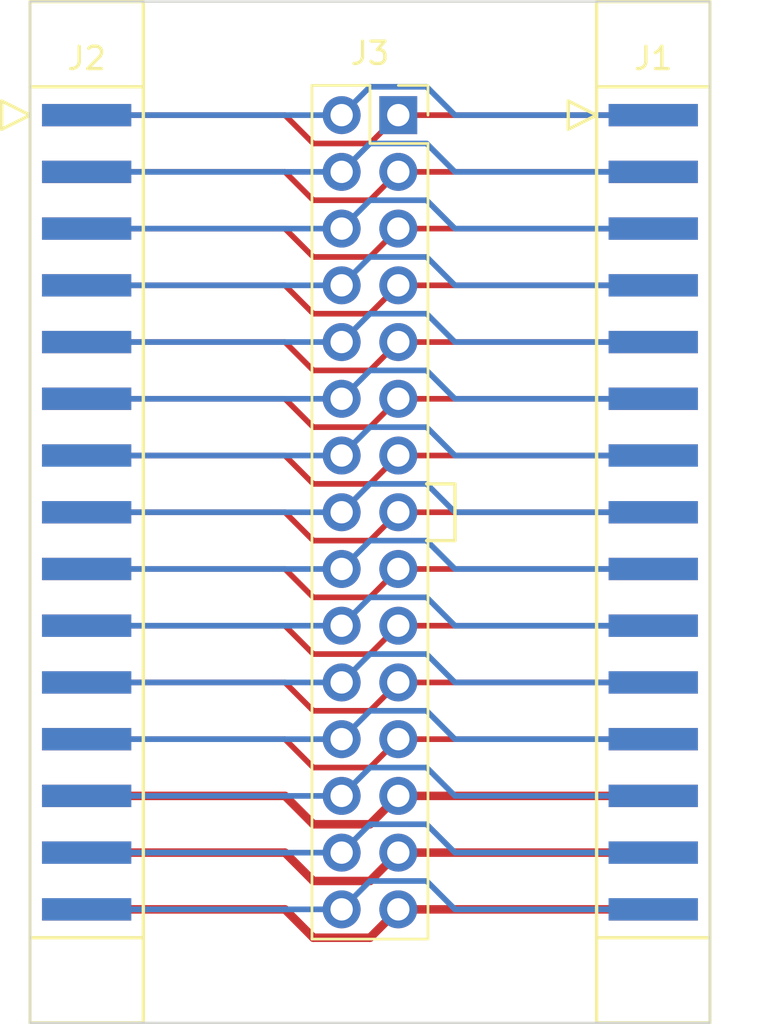
<source format=kicad_pcb>
(kicad_pcb (version 20221018) (generator pcbnew)
  (layers (0 "F.Cu" signal) (31 "B.Cu" signal) (34 "B.Paste" user) (35 "F.Paste" user) (36 "B.SilkS" user "B.Silkscreen") (37 "F.SilkS" user "F.Silkscreen") (38 "B.Mask" user) (39 "F.Mask" user) (44 "Edge.Cuts" user))
  (net 0 "")
  (net 1 "/GPIO0")
  (net 2 "/GPIO1")
  (net 3 "/GPIO2")
  (net 4 "/GPIO3")
  (net 5 "/GPIO4")
  (net 6 "/GPIO5")
  (net 7 "/GPIO6")
  (net 8 "/GPIO7")
  (net 9 "/GPIO8")
  (net 10 "/GPIO9")
  (net 11 "/GPIO10")
  (net 12 "/GPIO11")
  (net 13 "/GPIO12")
  (net 14 "/GPIO13")
  (net 15 "/GPIO14")
  (net 16 "/GPIO15")
  (net 17 "/GPIO16")
  (net 18 "/GPIO17")
  (net 19 "/GPIO18")
  (net 20 "/GPIO19")
  (net 21 "/GPIO20")
  (net 22 "/GPIO21")
  (net 23 "/GPIO22")
  (net 24 "/GPIO23")
  (net 25 "/GND")
  (net 26 "/USB_DM")
  (net 27 "/VCC")
  (net 28 "/USB_DP")
  (net 29 "/5V")
  (net 30 "/PWREN")
  (footprint "Connector_PinSocket_2.54mm:PinSocket_2x15_P2.54mm_Vertical" (layer "F.Cu") (at 243.84 109.22)
    (fp_text reference "J3" (at -1.27 -2.77) (layer "F.SilkS"))
    (fp_text value "Conn_02x15_Odd_Even")
    (fp_line (start -3.87 -1.33) (end -3.87 36.89) (stroke (width 0.12)) (layer "F.SilkS"))
    (fp_line (start -3.87 -1.33) (end -1.27 -1.33) (stroke (width 0.12)) (layer "F.SilkS"))
    (fp_line (start -3.87 36.89) (end 1.33 36.89) (stroke (width 0.12)) (layer "F.SilkS"))
    (fp_line (start -1.27 -1.33) (end -1.27 1.27) (stroke (width 0.12)) (layer "F.SilkS"))
    (fp_line (start -1.27 1.27) (end 1.33 1.27) (stroke (width 0.12)) (layer "F.SilkS"))
    (fp_line (start 0 -1.33) (end 1.33 -1.33) (stroke (width 0.12)) (layer "F.SilkS"))
    (fp_line (start 1.33 -1.33) (end 1.33 0) (stroke (width 0.12)) (layer "F.SilkS"))
    (fp_line (start 1.33 1.27) (end 1.33 36.89) (stroke (width 0.12)) (layer "F.SilkS"))
    (pad "1" thru_hole rect (at 0 0) (size 1.7 1.7) (drill 1) (layers "*.Cu" "*.Mask") (net 1 "/GPIO0"))
    (pad "2" thru_hole oval (at -2.54 0) (size 1.7 1.7) (drill 1) (layers "*.Cu" "*.Mask") (net 2 "/GPIO1"))
    (pad "3" thru_hole oval (at 0 2.54) (size 1.7 1.7) (drill 1) (layers "*.Cu" "*.Mask") (net 3 "/GPIO2"))
    (pad "4" thru_hole oval (at -2.54 2.54) (size 1.7 1.7) (drill 1) (layers "*.Cu" "*.Mask") (net 4 "/GPIO3"))
    (pad "5" thru_hole oval (at 0 5.08) (size 1.7 1.7) (drill 1) (layers "*.Cu" "*.Mask") (net 5 "/GPIO4"))
    (pad "6" thru_hole oval (at -2.54 5.08) (size 1.7 1.7) (drill 1) (layers "*.Cu" "*.Mask") (net 6 "/GPIO5"))
    (pad "7" thru_hole oval (at 0 7.62) (size 1.7 1.7) (drill 1) (layers "*.Cu" "*.Mask") (net 7 "/GPIO6"))
    (pad "8" thru_hole oval (at -2.54 7.62) (size 1.7 1.7) (drill 1) (layers "*.Cu" "*.Mask") (net 8 "/GPIO7"))
    (pad "9" thru_hole oval (at 0 10.16) (size 1.7 1.7) (drill 1) (layers "*.Cu" "*.Mask") (net 9 "/GPIO8"))
    (pad "10" thru_hole oval (at -2.54 10.16) (size 1.7 1.7) (drill 1) (layers "*.Cu" "*.Mask") (net 10 "/GPIO9"))
    (pad "11" thru_hole oval (at 0 12.7) (size 1.7 1.7) (drill 1) (layers "*.Cu" "*.Mask") (net 11 "/GPIO10"))
    (pad "12" thru_hole oval (at -2.54 12.7) (size 1.7 1.7) (drill 1) (layers "*.Cu" "*.Mask") (net 12 "/GPIO11"))
    (pad "13" thru_hole oval (at 0 15.24) (size 1.7 1.7) (drill 1) (layers "*.Cu" "*.Mask") (net 13 "/GPIO12"))
    (pad "14" thru_hole oval (at -2.54 15.24) (size 1.7 1.7) (drill 1) (layers "*.Cu" "*.Mask") (net 14 "/GPIO13"))
    (pad "15" thru_hole oval (at 0 17.78) (size 1.7 1.7) (drill 1) (layers "*.Cu" "*.Mask") (net 15 "/GPIO14"))
    (pad "16" thru_hole oval (at -2.54 17.78) (size 1.7 1.7) (drill 1) (layers "*.Cu" "*.Mask") (net 16 "/GPIO15"))
    (pad "17" thru_hole oval (at 0 20.32) (size 1.7 1.7) (drill 1) (layers "*.Cu" "*.Mask") (net 17 "/GPIO16"))
    (pad "18" thru_hole oval (at -2.54 20.32) (size 1.7 1.7) (drill 1) (layers "*.Cu" "*.Mask") (net 18 "/GPIO17"))
    (pad "19" thru_hole oval (at 0 22.86) (size 1.7 1.7) (drill 1) (layers "*.Cu" "*.Mask") (net 19 "/GPIO18"))
    (pad "20" thru_hole oval (at -2.54 22.86) (size 1.7 1.7) (drill 1) (layers "*.Cu" "*.Mask") (net 20 "/GPIO19"))
    (pad "21" thru_hole oval (at 0 25.4) (size 1.7 1.7) (drill 1) (layers "*.Cu" "*.Mask") (net 21 "/GPIO20"))
    (pad "22" thru_hole oval (at -2.54 25.4) (size 1.7 1.7) (drill 1) (layers "*.Cu" "*.Mask") (net 22 "/GPIO21"))
    (pad "23" thru_hole oval (at 0 27.94) (size 1.7 1.7) (drill 1) (layers "*.Cu" "*.Mask") (net 23 "/GPIO22"))
    (pad "24" thru_hole oval (at -2.54 27.94) (size 1.7 1.7) (drill 1) (layers "*.Cu" "*.Mask") (net 24 "/GPIO23"))
    (pad "25" thru_hole oval (at 0 30.48) (size 1.7 1.7) (drill 1) (layers "*.Cu" "*.Mask") (net 25 "/GND"))
    (pad "26" thru_hole oval (at -2.54 30.48) (size 1.7 1.7) (drill 1) (layers "*.Cu" "*.Mask") (net 26 "/USB_DM"))
    (pad "27" thru_hole oval (at 0 33.02) (size 1.7 1.7) (drill 1) (layers "*.Cu" "*.Mask") (net 27 "/VCC"))
    (pad "28" thru_hole oval (at -2.54 33.02) (size 1.7 1.7) (drill 1) (layers "*.Cu" "*.Mask") (net 28 "/USB_DP"))
    (pad "29" thru_hole oval (at 0 35.56) (size 1.7 1.7) (drill 1) (layers "*.Cu" "*.Mask") (net 29 "/5V"))
    (pad "30" thru_hole oval (at -2.54 35.56) (size 1.7 1.7) (drill 1) (layers "*.Cu" "*.Mask") (net 30 "/PWREN"))
  )
  (footprint "VSF:PinSocket_2x15_P2.54mm_Horizontal_2Layer" (layer "F.Cu") (at 229.87 127)
    (fp_text reference "J2" (at 0 -20.32 unlocked) (layer "F.SilkS"))
    (fp_text value "Conn_02x15_Odd_Even")
    (fp_line (start -3.81 -18.415) (end -2.54 -17.78) (stroke (width 0.15)) (layer "F.SilkS"))
    (fp_line (start -3.81 -17.145) (end -3.81 -18.415) (stroke (width 0.15)) (layer "F.SilkS"))
    (fp_line (start -2.54 -22.86) (end 2.54 -22.86) (stroke (width 0.15)) (layer "F.SilkS"))
    (fp_line (start -2.54 -19.05) (end -2.54 -22.86) (stroke (width 0.15)) (layer "F.SilkS"))
    (fp_line (start -2.54 -19.05) (end 2.54 -19.05) (stroke (width 0.15)) (layer "F.SilkS"))
    (fp_line (start -2.54 -17.78) (end -3.81 -17.145) (stroke (width 0.15)) (layer "F.SilkS"))
    (fp_line (start -2.54 19.05) (end -2.54 -19.05) (stroke (width 0.15)) (layer "F.SilkS"))
    (fp_line (start -2.54 19.05) (end -2.54 22.86) (stroke (width 0.15)) (layer "F.SilkS"))
    (fp_line (start -2.54 22.86) (end 2.54 22.86) (stroke (width 0.15)) (layer "F.SilkS"))
    (fp_line (start 2.54 -22.86) (end 2.54 -19.05) (stroke (width 0.15)) (layer "F.SilkS"))
    (fp_line (start 2.54 -19.05) (end 2.54 19.05) (stroke (width 0.15)) (layer "F.SilkS"))
    (fp_line (start 2.54 19.05) (end -2.54 19.05) (stroke (width 0.15)) (layer "F.SilkS"))
    (fp_line (start 2.54 22.86) (end 2.54 19.05) (stroke (width 0.15)) (layer "F.SilkS"))
    (pad "1" smd rect (at 0 -17.78 90) (size 1 4) (layers "F.Cu" "F.Paste" "F.Mask") (net 1 "/GPIO0"))
    (pad "2" smd rect (at 0 -17.78 90) (size 1 4) (layers "B.Cu" "B.Paste" "B.Mask") (net 2 "/GPIO1"))
    (pad "3" smd rect (at 0 -15.24 90) (size 1 4) (layers "F.Cu" "F.Paste" "F.Mask") (net 3 "/GPIO2"))
    (pad "4" smd rect (at 0 -15.24 90) (size 1 4) (layers "B.Cu" "B.Paste" "B.Mask") (net 4 "/GPIO3"))
    (pad "5" smd rect (at 0 -12.7 90) (size 1 4) (layers "F.Cu" "F.Paste" "F.Mask") (net 5 "/GPIO4"))
    (pad "6" smd rect (at 0 -12.7 90) (size 1 4) (layers "B.Cu" "B.Paste" "B.Mask") (net 6 "/GPIO5"))
    (pad "7" smd rect (at 0 -10.16 90) (size 1 4) (layers "F.Cu" "F.Paste" "F.Mask") (net 7 "/GPIO6"))
    (pad "8" smd rect (at 0 -10.16 90) (size 1 4) (layers "B.Cu" "B.Paste" "B.Mask") (net 8 "/GPIO7"))
    (pad "9" smd rect (at 0 -7.62 90) (size 1 4) (layers "F.Cu" "F.Paste" "F.Mask") (net 9 "/GPIO8"))
    (pad "10" smd rect (at 0 -7.62 90) (size 1 4) (layers "B.Cu" "B.Paste" "B.Mask") (net 10 "/GPIO9"))
    (pad "11" smd rect (at 0 -5.08 90) (size 1 4) (layers "F.Cu" "F.Paste" "F.Mask") (net 11 "/GPIO10"))
    (pad "12" smd rect (at 0 -5.08 90) (size 1 4) (layers "B.Cu" "B.Paste" "B.Mask") (net 12 "/GPIO11"))
    (pad "13" smd rect (at 0 -2.54 90) (size 1 4) (layers "F.Cu" "F.Paste" "F.Mask") (net 13 "/GPIO12"))
    (pad "14" smd rect (at 0 -2.54 90) (size 1 4) (layers "B.Cu" "B.Paste" "B.Mask") (net 14 "/GPIO13"))
    (pad "15" smd rect (at 0 0 90) (size 1 4) (layers "F.Cu" "F.Paste" "F.Mask") (net 15 "/GPIO14"))
    (pad "16" smd rect (at 0 0 90) (size 1 4) (layers "B.Cu" "B.Paste" "B.Mask") (net 16 "/GPIO15"))
    (pad "17" smd rect (at 0 2.54 90) (size 1 4) (layers "F.Cu" "F.Paste" "F.Mask") (net 17 "/GPIO16"))
    (pad "18" smd rect (at 0 2.54 90) (size 1 4) (layers "B.Cu" "B.Paste" "B.Mask") (net 18 "/GPIO17"))
    (pad "19" smd rect (at 0 5.08 90) (size 1 4) (layers "F.Cu" "F.Paste" "F.Mask") (net 19 "/GPIO18"))
    (pad "20" smd rect (at 0 5.08 90) (size 1 4) (layers "B.Cu" "B.Paste" "B.Mask") (net 20 "/GPIO19"))
    (pad "21" smd rect (at 0 7.62 90) (size 1 4) (layers "F.Cu" "F.Paste" "F.Mask") (net 21 "/GPIO20"))
    (pad "22" smd rect (at 0 7.62 90) (size 1 4) (layers "B.Cu" "B.Paste" "B.Mask") (net 22 "/GPIO21"))
    (pad "23" smd rect (at 0 10.16 90) (size 1 4) (layers "F.Cu" "F.Paste" "F.Mask") (net 23 "/GPIO22"))
    (pad "24" smd rect (at 0 10.16 90) (size 1 4) (layers "B.Cu" "B.Paste" "B.Mask") (net 24 "/GPIO23"))
    (pad "25" smd rect (at 0 12.7 90) (size 1 4) (layers "F.Cu" "F.Paste" "F.Mask") (net 25 "/GND"))
    (pad "26" smd rect (at 0 12.7 90) (size 1 4) (layers "B.Cu" "B.Paste" "B.Mask") (net 26 "/USB_DM"))
    (pad "27" smd rect (at 0 15.24 90) (size 1 4) (layers "F.Cu" "F.Paste" "F.Mask") (net 27 "/VCC"))
    (pad "28" smd rect (at 0 15.24 90) (size 1 4) (layers "B.Cu" "B.Paste" "B.Mask") (net 28 "/USB_DP"))
    (pad "29" smd rect (at 0 17.78 90) (size 1 4) (layers "F.Cu" "F.Paste" "F.Mask") (net 29 "/5V"))
    (pad "30" smd rect (at 0 17.78 90) (size 1 4) (layers "B.Cu" "B.Paste" "B.Mask") (net 30 "/PWREN"))
  )
  (footprint "VSF:PinSocket_2x15_P2.54mm_Horizontal_2Layer" (layer "F.Cu") (at 255.27 127)
    (fp_text reference "J1" (at 0 -20.32 unlocked) (layer "F.SilkS"))
    (fp_text value "Conn_02x15_Odd_Even")
    (fp_line (start -3.81 -18.415) (end -2.54 -17.78) (stroke (width 0.15)) (layer "F.SilkS"))
    (fp_line (start -3.81 -17.145) (end -3.81 -18.415) (stroke (width 0.15)) (layer "F.SilkS"))
    (fp_line (start -2.54 -22.86) (end 2.54 -22.86) (stroke (width 0.15)) (layer "F.SilkS"))
    (fp_line (start -2.54 -19.05) (end -2.54 -22.86) (stroke (width 0.15)) (layer "F.SilkS"))
    (fp_line (start -2.54 -19.05) (end 2.54 -19.05) (stroke (width 0.15)) (layer "F.SilkS"))
    (fp_line (start -2.54 -17.78) (end -3.81 -17.145) (stroke (width 0.15)) (layer "F.SilkS"))
    (fp_line (start -2.54 19.05) (end -2.54 -19.05) (stroke (width 0.15)) (layer "F.SilkS"))
    (fp_line (start -2.54 19.05) (end -2.54 22.86) (stroke (width 0.15)) (layer "F.SilkS"))
    (fp_line (start -2.54 22.86) (end 2.54 22.86) (stroke (width 0.15)) (layer "F.SilkS"))
    (fp_line (start 2.54 -22.86) (end 2.54 -19.05) (stroke (width 0.15)) (layer "F.SilkS"))
    (fp_line (start 2.54 -19.05) (end 2.54 19.05) (stroke (width 0.15)) (layer "F.SilkS"))
    (fp_line (start 2.54 19.05) (end -2.54 19.05) (stroke (width 0.15)) (layer "F.SilkS"))
    (fp_line (start 2.54 22.86) (end 2.54 19.05) (stroke (width 0.15)) (layer "F.SilkS"))
    (pad "1" smd rect (at 0 -17.78 90) (size 1 4) (layers "F.Cu" "F.Paste" "F.Mask") (net 1 "/GPIO0"))
    (pad "2" smd rect (at 0 -17.78 90) (size 1 4) (layers "B.Cu" "B.Paste" "B.Mask") (net 2 "/GPIO1"))
    (pad "3" smd rect (at 0 -15.24 90) (size 1 4) (layers "F.Cu" "F.Paste" "F.Mask") (net 3 "/GPIO2"))
    (pad "4" smd rect (at 0 -15.24 90) (size 1 4) (layers "B.Cu" "B.Paste" "B.Mask") (net 4 "/GPIO3"))
    (pad "5" smd rect (at 0 -12.7 90) (size 1 4) (layers "F.Cu" "F.Paste" "F.Mask") (net 5 "/GPIO4"))
    (pad "6" smd rect (at 0 -12.7 90) (size 1 4) (layers "B.Cu" "B.Paste" "B.Mask") (net 6 "/GPIO5"))
    (pad "7" smd rect (at 0 -10.16 90) (size 1 4) (layers "F.Cu" "F.Paste" "F.Mask") (net 7 "/GPIO6"))
    (pad "8" smd rect (at 0 -10.16 90) (size 1 4) (layers "B.Cu" "B.Paste" "B.Mask") (net 8 "/GPIO7"))
    (pad "9" smd rect (at 0 -7.62 90) (size 1 4) (layers "F.Cu" "F.Paste" "F.Mask") (net 9 "/GPIO8"))
    (pad "10" smd rect (at 0 -7.62 90) (size 1 4) (layers "B.Cu" "B.Paste" "B.Mask") (net 10 "/GPIO9"))
    (pad "11" smd rect (at 0 -5.08 90) (size 1 4) (layers "F.Cu" "F.Paste" "F.Mask") (net 11 "/GPIO10"))
    (pad "12" smd rect (at 0 -5.08 90) (size 1 4) (layers "B.Cu" "B.Paste" "B.Mask") (net 12 "/GPIO11"))
    (pad "13" smd rect (at 0 -2.54 90) (size 1 4) (layers "F.Cu" "F.Paste" "F.Mask") (net 13 "/GPIO12"))
    (pad "14" smd rect (at 0 -2.54 90) (size 1 4) (layers "B.Cu" "B.Paste" "B.Mask") (net 14 "/GPIO13"))
    (pad "15" smd rect (at 0 0 90) (size 1 4) (layers "F.Cu" "F.Paste" "F.Mask") (net 15 "/GPIO14"))
    (pad "16" smd rect (at 0 0 90) (size 1 4) (layers "B.Cu" "B.Paste" "B.Mask") (net 16 "/GPIO15"))
    (pad "17" smd rect (at 0 2.54 90) (size 1 4) (layers "F.Cu" "F.Paste" "F.Mask") (net 17 "/GPIO16"))
    (pad "18" smd rect (at 0 2.54 90) (size 1 4) (layers "B.Cu" "B.Paste" "B.Mask") (net 18 "/GPIO17"))
    (pad "19" smd rect (at 0 5.08 90) (size 1 4) (layers "F.Cu" "F.Paste" "F.Mask") (net 19 "/GPIO18"))
    (pad "20" smd rect (at 0 5.08 90) (size 1 4) (layers "B.Cu" "B.Paste" "B.Mask") (net 20 "/GPIO19"))
    (pad "21" smd rect (at 0 7.62 90) (size 1 4) (layers "F.Cu" "F.Paste" "F.Mask") (net 21 "/GPIO20"))
    (pad "22" smd rect (at 0 7.62 90) (size 1 4) (layers "B.Cu" "B.Paste" "B.Mask") (net 22 "/GPIO21"))
    (pad "23" smd rect (at 0 10.16 90) (size 1 4) (layers "F.Cu" "F.Paste" "F.Mask") (net 23 "/GPIO22"))
    (pad "24" smd rect (at 0 10.16 90) (size 1 4) (layers "B.Cu" "B.Paste" "B.Mask") (net 24 "/GPIO23"))
    (pad "25" smd rect (at 0 12.7 90) (size 1 4) (layers "F.Cu" "F.Paste" "F.Mask") (net 25 "/GND"))
    (pad "26" smd rect (at 0 12.7 90) (size 1 4) (layers "B.Cu" "B.Paste" "B.Mask") (net 26 "/USB_DM"))
    (pad "27" smd rect (at 0 15.24 90) (size 1 4) (layers "F.Cu" "F.Paste" "F.Mask") (net 27 "/VCC"))
    (pad "28" smd rect (at 0 15.24 90) (size 1 4) (layers "B.Cu" "B.Paste" "B.Mask") (net 28 "/USB_DP"))
    (pad "29" smd rect (at 0 17.78 90) (size 1 4) (layers "F.Cu" "F.Paste" "F.Mask") (net 29 "/5V"))
    (pad "30" smd rect (at 0 17.78 90) (size 1 4) (layers "B.Cu" "B.Paste" "B.Mask") (net 30 "/PWREN"))
  )
  (gr_line (start 246.38 125.73) (end 246.38 127) (stroke (width 0.15)) (layer "F.SilkS"))
  (gr_line (start 246.38 128.27) (end 245.11 128.27) (stroke (width 0.15)) (layer "F.SilkS"))
  (gr_line (start 246.38 127) (end 246.38 128.27) (stroke (width 0.15)) (layer "F.SilkS"))
  (gr_line (start 245.11 125.73) (end 246.38 125.73) (stroke (width 0.15)) (layer "F.SilkS"))
  (gr_line (start 227.33 104.14) (end 227.33 149.86) (stroke (width 0.1)) (layer "Edge.Cuts"))
  (gr_line (start 257.81 104.14) (end 227.33 104.14) (stroke (width 0.1)) (layer "Edge.Cuts"))
  (gr_line (start 257.81 149.86) (end 257.81 104.14) (stroke (width 0.1)) (layer "Edge.Cuts"))
  (gr_line (start 227.33 149.86) (end 257.81 149.86) (stroke (width 0.1)) (layer "Edge.Cuts"))
  (segment (start 243.84 109.22) (end 242.57 110.49) (width 0.254) (layer "F.Cu") (net 1))
  (segment (start 238.76 109.22) (end 229.87 109.22) (width 0.254) (layer "F.Cu") (net 1))
  (segment (start 255.27 109.22) (end 243.84 109.22) (width 0.254) (layer "F.Cu") (net 1))
  (segment (start 242.57 110.49) (end 240.03 110.49) (width 0.254) (layer "F.Cu") (net 1))
  (segment (start 240.03 110.49) (end 238.76 109.22) (width 0.254) (layer "F.Cu") (net 1))
  (segment (start 255.27 109.22) (end 246.38 109.22) (width 0.254) (layer "B.Cu") (net 2))
  (segment (start 246.38 109.22) (end 245.11 107.95) (width 0.254) (layer "B.Cu") (net 2))
  (segment (start 241.3 109.22) (end 229.87 109.22) (width 0.254) (layer "B.Cu") (net 2))
  (segment (start 245.11 107.95) (end 242.57 107.95) (width 0.254) (layer "B.Cu") (net 2))
  (segment (start 242.57 107.95) (end 241.3 109.22) (width 0.254) (layer "B.Cu") (net 2))
  (segment (start 242.57 113.03) (end 240.03 113.03) (width 0.254) (layer "F.Cu") (net 3))
  (segment (start 238.76 111.76) (end 229.87 111.76) (width 0.254) (layer "F.Cu") (net 3))
  (segment (start 255.27 111.76) (end 243.84 111.76) (width 0.254) (layer "F.Cu") (net 3))
  (segment (start 240.03 113.03) (end 238.76 111.76) (width 0.254) (layer "F.Cu") (net 3))
  (segment (start 243.84 111.76) (end 242.57 113.03) (width 0.254) (layer "F.Cu") (net 3))
  (segment (start 242.57 110.49) (end 245.11 110.49) (width 0.254) (layer "B.Cu") (net 4))
  (segment (start 229.87 111.76) (end 241.3 111.76) (width 0.254) (layer "B.Cu") (net 4))
  (segment (start 245.11 110.49) (end 246.38 111.76) (width 0.254) (layer "B.Cu") (net 4))
  (segment (start 241.3 111.76) (end 242.57 110.49) (width 0.254) (layer "B.Cu") (net 4))
  (segment (start 246.38 111.76) (end 255.27 111.76) (width 0.254) (layer "B.Cu") (net 4))
  (segment (start 240.03 115.57) (end 238.76 114.3) (width 0.254) (layer "F.Cu") (net 5))
  (segment (start 238.76 114.3) (end 229.87 114.3) (width 0.254) (layer "F.Cu") (net 5))
  (segment (start 255.27 114.3) (end 243.84 114.3) (width 0.254) (layer "F.Cu") (net 5))
  (segment (start 243.84 114.3) (end 242.57 115.57) (width 0.254) (layer "F.Cu") (net 5))
  (segment (start 242.57 115.57) (end 240.03 115.57) (width 0.254) (layer "F.Cu") (net 5))
  (segment (start 246.38 114.3) (end 255.27 114.3) (width 0.254) (layer "B.Cu") (net 6))
  (segment (start 241.3 114.3) (end 242.57 113.03) (width 0.254) (layer "B.Cu") (net 6))
  (segment (start 241.3 114.3) (end 229.87 114.3) (width 0.254) (layer "B.Cu") (net 6))
  (segment (start 242.57 113.03) (end 245.11 113.03) (width 0.254) (layer "B.Cu") (net 6))
  (segment (start 245.11 113.03) (end 246.38 114.3) (width 0.254) (layer "B.Cu") (net 6))
  (segment (start 238.76 116.84) (end 229.87 116.84) (width 0.254) (layer "F.Cu") (net 7))
  (segment (start 243.84 116.84) (end 242.57 118.11) (width 0.254) (layer "F.Cu") (net 7))
  (segment (start 255.27 116.84) (end 243.84 116.84) (width 0.254) (layer "F.Cu") (net 7))
  (segment (start 240.03 118.11) (end 238.76 116.84) (width 0.254) (layer "F.Cu") (net 7))
  (segment (start 242.57 118.11) (end 240.03 118.11) (width 0.254) (layer "F.Cu") (net 7))
  (segment (start 241.3 116.84) (end 242.57 115.57) (width 0.254) (layer "B.Cu") (net 8))
  (segment (start 246.38 116.84) (end 255.27 116.84) (width 0.254) (layer "B.Cu") (net 8))
  (segment (start 242.57 115.57) (end 245.11 115.57) (width 0.254) (layer "B.Cu") (net 8))
  (segment (start 245.11 115.57) (end 246.38 116.84) (width 0.254) (layer "B.Cu") (net 8))
  (segment (start 229.87 116.84) (end 241.3 116.84) (width 0.254) (layer "B.Cu") (net 8))
  (segment (start 255.27 119.38) (end 243.84 119.38) (width 0.254) (layer "F.Cu") (net 9))
  (segment (start 240.03 120.65) (end 238.76 119.38) (width 0.254) (layer "F.Cu") (net 9))
  (segment (start 238.76 119.38) (end 229.87 119.38) (width 0.254) (layer "F.Cu") (net 9))
  (segment (start 242.57 120.65) (end 240.03 120.65) (width 0.254) (layer "F.Cu") (net 9))
  (segment (start 243.84 119.38) (end 242.57 120.65) (width 0.254) (layer "F.Cu") (net 9))
  (segment (start 241.3 119.38) (end 242.57 118.11) (width 0.254) (layer "B.Cu") (net 10))
  (segment (start 241.3 119.38) (end 229.87 119.38) (width 0.254) (layer "B.Cu") (net 10))
  (segment (start 246.38 119.38) (end 255.27 119.38) (width 0.254) (layer "B.Cu") (net 10))
  (segment (start 242.57 118.11) (end 245.11 118.11) (width 0.254) (layer "B.Cu") (net 10))
  (segment (start 245.11 118.11) (end 246.38 119.38) (width 0.254) (layer "B.Cu") (net 10))
  (segment (start 238.76 121.92) (end 229.87 121.92) (width 0.254) (layer "F.Cu") (net 11))
  (segment (start 255.27 121.92) (end 243.84 121.92) (width 0.254) (layer "F.Cu") (net 11))
  (segment (start 242.57 123.19) (end 240.03 123.19) (width 0.254) (layer "F.Cu") (net 11))
  (segment (start 243.84 121.92) (end 242.57 123.19) (width 0.254) (layer "F.Cu") (net 11))
  (segment (start 240.03 123.19) (end 238.76 121.92) (width 0.254) (layer "F.Cu") (net 11))
  (segment (start 242.57 120.65) (end 245.11 120.65) (width 0.254) (layer "B.Cu") (net 12))
  (segment (start 246.38 121.92) (end 255.27 121.92) (width 0.254) (layer "B.Cu") (net 12))
  (segment (start 241.3 121.92) (end 242.57 120.65) (width 0.254) (layer "B.Cu") (net 12))
  (segment (start 229.87 121.92) (end 241.3 121.92) (width 0.254) (layer "B.Cu") (net 12))
  (segment (start 245.11 120.65) (end 246.38 121.92) (width 0.254) (layer "B.Cu") (net 12))
  (segment (start 255.27 124.46) (end 243.84 124.46) (width 0.254) (layer "F.Cu") (net 13))
  (segment (start 243.84 124.46) (end 242.57 125.73) (width 0.254) (layer "F.Cu") (net 13))
  (segment (start 242.57 125.73) (end 240.03 125.73) (width 0.254) (layer "F.Cu") (net 13))
  (segment (start 238.76 124.46) (end 229.87 124.46) (width 0.254) (layer "F.Cu") (net 13))
  (segment (start 240.03 125.73) (end 238.76 124.46) (width 0.254) (layer "F.Cu") (net 13))
  (segment (start 245.11 123.19) (end 246.38 124.46) (width 0.254) (layer "B.Cu") (net 14))
  (segment (start 246.38 124.46) (end 255.27 124.46) (width 0.254) (layer "B.Cu") (net 14))
  (segment (start 241.3 124.46) (end 229.87 124.46) (width 0.254) (layer "B.Cu") (net 14))
  (segment (start 242.57 123.19) (end 245.11 123.19) (width 0.254) (layer "B.Cu") (net 14))
  (segment (start 241.3 124.46) (end 242.57 123.19) (width 0.254) (layer "B.Cu") (net 14))
  (segment (start 243.84 127) (end 242.57 128.27) (width 0.254) (layer "F.Cu") (net 15))
  (segment (start 242.57 128.27) (end 240.03 128.27) (width 0.254) (layer "F.Cu") (net 15))
  (segment (start 240.03 128.27) (end 238.76 127) (width 0.254) (layer "F.Cu") (net 15))
  (segment (start 238.76 127) (end 229.87 127) (width 0.254) (layer "F.Cu") (net 15))
  (segment (start 255.27 127) (end 243.84 127) (width 0.254) (layer "F.Cu") (net 15))
  (segment (start 229.87 127) (end 241.3 127) (width 0.254) (layer "B.Cu") (net 16))
  (segment (start 246.38 127) (end 255.27 127) (width 0.254) (layer "B.Cu") (net 16))
  (segment (start 245.11 125.73) (end 246.38 127) (width 0.254) (layer "B.Cu") (net 16))
  (segment (start 242.57 125.73) (end 245.11 125.73) (width 0.254) (layer "B.Cu") (net 16))
  (segment (start 241.3 127) (end 242.57 125.73) (width 0.254) (layer "B.Cu") (net 16))
  (segment (start 238.76 129.54) (end 229.87 129.54) (width 0.254) (layer "F.Cu") (net 17))
  (segment (start 240.03 130.81) (end 238.76 129.54) (width 0.254) (layer "F.Cu") (net 17))
  (segment (start 243.84 129.54) (end 242.57 130.81) (width 0.254) (layer "F.Cu") (net 17))
  (segment (start 255.27 129.54) (end 243.84 129.54) (width 0.254) (layer "F.Cu") (net 17))
  (segment (start 242.57 130.81) (end 240.03 130.81) (width 0.254) (layer "F.Cu") (net 17))
  (segment (start 241.3 129.54) (end 242.57 128.27) (width 0.254) (layer "B.Cu") (net 18))
  (segment (start 245.11 128.27) (end 246.38 129.54) (width 0.254) (layer "B.Cu") (net 18))
  (segment (start 246.38 129.54) (end 255.27 129.54) (width 0.254) (layer "B.Cu") (net 18))
  (segment (start 241.3 129.54) (end 229.87 129.54) (width 0.254) (layer "B.Cu") (net 18))
  (segment (start 242.57 128.27) (end 245.11 128.27) (width 0.254) (layer "B.Cu") (net 18))
  (segment (start 242.57 133.35) (end 240.03 133.35) (width 0.254) (layer "F.Cu") (net 19))
  (segment (start 255.27 132.08) (end 243.84 132.08) (width 0.254) (layer "F.Cu") (net 19))
  (segment (start 240.03 133.35) (end 238.76 132.08) (width 0.254) (layer "F.Cu") (net 19))
  (segment (start 243.84 132.08) (end 242.57 133.35) (width 0.254) (layer "F.Cu") (net 19))
  (segment (start 238.76 132.08) (end 229.87 132.08) (width 0.254) (layer "F.Cu") (net 19))
  (segment (start 242.57 130.81) (end 245.11 130.81) (width 0.254) (layer "B.Cu") (net 20))
  (segment (start 245.11 130.81) (end 246.38 132.08) (width 0.254) (layer "B.Cu") (net 20))
  (segment (start 246.38 132.08) (end 255.27 132.08) (width 0.254) (layer "B.Cu") (net 20))
  (segment (start 241.3 132.08) (end 242.57 130.81) (width 0.254) (layer "B.Cu") (net 20))
  (segment (start 229.87 132.08) (end 241.3 132.08) (width 0.254) (layer "B.Cu") (net 20))
  (segment (start 238.76 134.62) (end 229.87 134.62) (width 0.254) (layer "F.Cu") (net 21))
  (segment (start 242.57 135.89) (end 240.03 135.89) (width 0.254) (layer "F.Cu") (net 21))
  (segment (start 240.03 135.89) (end 238.76 134.62) (width 0.254) (layer "F.Cu") (net 21))
  (segment (start 243.84 134.62) (end 242.57 135.89) (width 0.254) (layer "F.Cu") (net 21))
  (segment (start 255.27 134.62) (end 243.84 134.62) (width 0.254) (layer "F.Cu") (net 21))
  (segment (start 245.11 133.35) (end 246.38 134.62) (width 0.254) (layer "B.Cu") (net 22))
  (segment (start 241.3 134.62) (end 242.57 133.35) (width 0.254) (layer "B.Cu") (net 22))
  (segment (start 241.3 134.62) (end 229.87 134.62) (width 0.254) (layer "B.Cu") (net 22))
  (segment (start 246.38 134.62) (end 255.27 134.62) (width 0.254) (layer "B.Cu") (net 22))
  (segment (start 242.57 133.35) (end 245.11 133.35) (width 0.254) (layer "B.Cu") (net 22))
  (segment (start 238.76 137.16) (end 229.87 137.16) (width 0.254) (layer "F.Cu") (net 23))
  (segment (start 240.03 138.43) (end 238.76 137.16) (width 0.254) (layer "F.Cu") (net 23))
  (segment (start 255.27 137.16) (end 243.84 137.16) (width 0.254) (layer "F.Cu") (net 23))
  (segment (start 243.84 137.16) (end 242.57 138.43) (width 0.254) (layer "F.Cu") (net 23))
  (segment (start 242.57 138.43) (end 240.03 138.43) (width 0.254) (layer "F.Cu") (net 23))
  (segment (start 229.87 137.16) (end 241.3 137.16) (width 0.254) (layer "B.Cu") (net 24))
  (segment (start 245.11 135.89) (end 246.38 137.16) (width 0.254) (layer "B.Cu") (net 24))
  (segment (start 246.38 137.16) (end 255.27 137.16) (width 0.254) (layer "B.Cu") (net 24))
  (segment (start 241.3 137.16) (end 242.57 135.89) (width 0.254) (layer "B.Cu") (net 24))
  (segment (start 242.57 135.89) (end 245.11 135.89) (width 0.254) (layer "B.Cu") (net 24))
  (segment (start 242.57 140.97) (end 243.84 139.7) (width 0.381) (layer "F.Cu") (net 25))
  (segment (start 240.03 140.97) (end 242.57 140.97) (width 0.381) (layer "F.Cu") (net 25))
  (segment (start 238.76 139.7) (end 240.03 140.97) (width 0.381) (layer "F.Cu") (net 25))
  (segment (start 229.87 139.7) (end 238.76 139.7) (width 0.381) (layer "F.Cu") (net 25))
  (segment (start 255.27 139.7) (end 243.84 139.7) (width 0.381) (layer "F.Cu") (net 25))
  (segment (start 246.38 139.7) (end 255.27 139.7) (width 0.254) (layer "B.Cu") (net 26))
  (segment (start 245.11 138.43) (end 246.38 139.7) (width 0.254) (layer "B.Cu") (net 26))
  (segment (start 241.3 139.7) (end 229.87 139.7) (width 0.254) (layer "B.Cu") (net 26))
  (segment (start 241.3 139.7) (end 242.57 138.43) (width 0.254) (layer "B.Cu") (net 26))
  (segment (start 242.57 138.43) (end 245.11 138.43) (width 0.254) (layer "B.Cu") (net 26))
  (segment (start 255.27 142.24) (end 243.84 142.24) (width 0.381) (layer "F.Cu") (net 27))
  (segment (start 240.03 143.51) (end 238.76 142.24) (width 0.381) (layer "F.Cu") (net 27))
  (segment (start 242.57 143.51) (end 240.03 143.51) (width 0.381) (layer "F.Cu") (net 27))
  (segment (start 238.76 142.24) (end 229.87 142.24) (width 0.381) (layer "F.Cu") (net 27))
  (segment (start 243.84 142.24) (end 242.57 143.51) (width 0.381) (layer "F.Cu") (net 27))
  (segment (start 241.3 142.24) (end 242.57 140.97) (width 0.254) (layer "B.Cu") (net 28))
  (segment (start 245.11 140.97) (end 246.38 142.24) (width 0.254) (layer "B.Cu") (net 28))
  (segment (start 242.57 140.97) (end 245.11 140.97) (width 0.254) (layer "B.Cu") (net 28))
  (segment (start 246.38 142.24) (end 255.27 142.24) (width 0.254) (layer "B.Cu") (net 28))
  (segment (start 229.87 142.24) (end 241.3 142.24) (width 0.254) (layer "B.Cu") (net 28))
  (segment (start 242.57 146.05) (end 240.03 146.05) (width 0.381) (layer "F.Cu") (net 29))
  (segment (start 238.76 144.78) (end 229.87 144.78) (width 0.381) (layer "F.Cu") (net 29))
  (segment (start 255.27 144.78) (end 243.84 144.78) (width 0.381) (layer "F.Cu") (net 29))
  (segment (start 240.03 146.05) (end 238.76 144.78) (width 0.381) (layer "F.Cu") (net 29))
  (segment (start 243.84 144.78) (end 242.57 146.05) (width 0.381) (layer "F.Cu") (net 29))
  (segment (start 242.57 143.51) (end 245.11 143.51) (width 0.254) (layer "B.Cu") (net 30))
  (segment (start 241.3 144.78) (end 229.87 144.78) (width 0.254) (layer "B.Cu") (net 30))
  (segment (start 245.11 143.51) (end 246.38 144.78) (width 0.254) (layer "B.Cu") (net 30))
  (segment (start 246.38 144.78) (end 255.27 144.78) (width 0.254) (layer "B.Cu") (net 30))
  (segment (start 241.3 144.78) (end 242.57 143.51) (width 0.254) (layer "B.Cu") (net 30))
)
</source>
